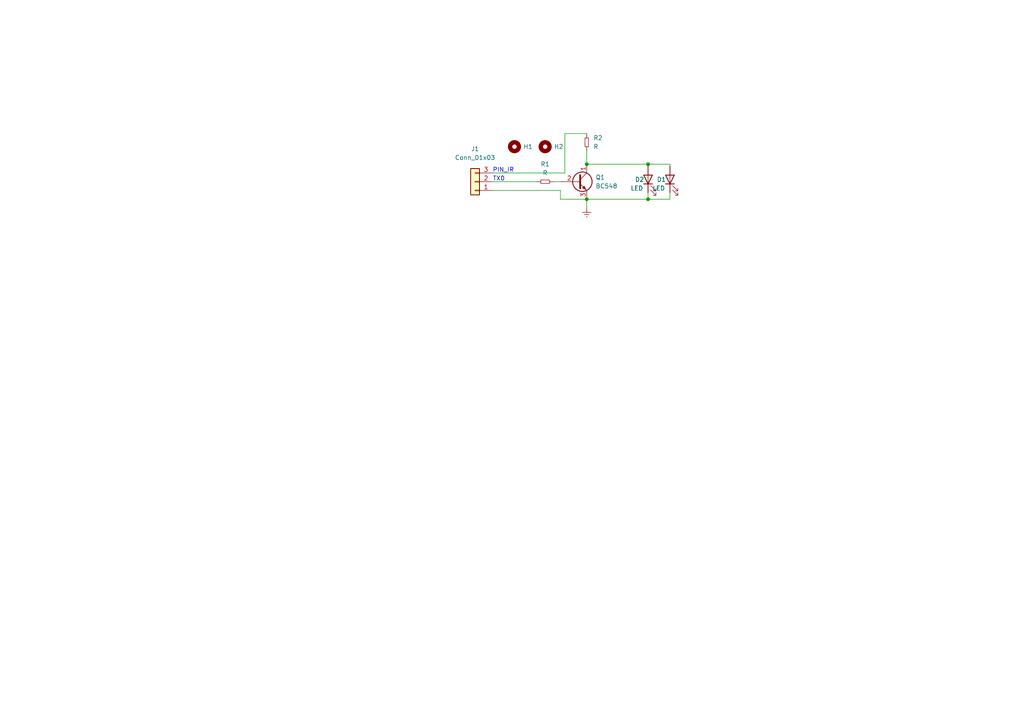
<source format=kicad_sch>
(kicad_sch (version 20211123) (generator eeschema)
  (paper "A4")
  (lib_symbols
    (symbol "Connector_Generic:Conn_01x03" (pin_names (offset 1.016) hide)
      (property "Reference" "J" (at 0 5.08 0))
      (property "Value" "Conn_01x03" (at 0 -5.08 0))
      (symbol "Conn_01x03_1_1"
        (rectangle (start -1.27 -2.413) (end 0 -2.667) (stroke (width 0.1524)))
        (rectangle (start -1.27 0.127) (end 0 -0.127) (stroke (width 0.1524)))
        (rectangle (start -1.27 2.667) (end 0 2.413) (stroke (width 0.1524)))
        (rectangle (start -1.27 3.81) (end 1.27 -3.81) (stroke (width 0.254)) (fill (type background)))
        (pin passive line (at -5.08 2.54 0) (length 3.81) (name "Pin_1") (number "1"))
        (pin passive line (at -5.08 0 0) (length 3.81) (name "Pin_2") (number "2"))
        (pin passive line (at -5.08 -2.54 0) (length 3.81) (name "Pin_3") (number "3"))
      )
    )
    (symbol "Device:LED" (pin_numbers hide) (pin_names (offset 1.016) hide)
      (property "Reference" "D" (at 0 2.54 0))
      (property "Value" "LED" (at 0 -2.54 0))
      (symbol "LED_0_1"
        (polyline (pts (xy -1.27 -1.27) (xy -1.27 1.27)) (stroke (width 0.254)))
        (polyline (pts (xy -1.27 0) (xy 1.27 0)))
        (polyline (pts (xy 1.27 -1.27) (xy 1.27 1.27) (xy -1.27 0) (xy 1.27 -1.27)) (stroke (width 0.254)))
        (polyline (pts (xy -3.048 -0.762) (xy -4.572 -2.286) (xy -3.81 -2.286) (xy -4.572 -2.286) (xy -4.572 -1.524)))
        (polyline (pts (xy -1.778 -0.762) (xy -3.302 -2.286) (xy -2.54 -2.286) (xy -3.302 -2.286) (xy -3.302 -1.524)))
      )
      (symbol "LED_1_1"
        (pin passive line (at -3.81 0 0) (length 2.54) (name "K") (number "1"))
        (pin passive line (at 3.81 0 180) (length 2.54) (name "A") (number "2"))
      )
    )
    (symbol "EESTN5:Mounting_Hole" (pin_names (offset 1.016))
      (property "Reference" "H" (at 0 5.08 0))
      (symbol "Mounting_Hole_0_1"
        (circle (center 0 0) (radius 1.27) (stroke (width 1.27)))
      )
    )
    (symbol "EESTN5:R" (pin_numbers hide) (pin_names (offset 0))
      (property "Reference" "R" (at -1.27 0 90))
      (property "Value" "R" (at 1.27 0 90))
      (symbol "R_0_1"
        (rectangle (start 0.508 1.27) (end -0.508 -1.27))
      )
      (symbol "R_1_1"
        (pin passive line (at 0 2.54 270) (length 1.27) (name "~") (number "1"))
        (pin passive line (at 0 -2.54 90) (length 1.27) (name "~") (number "2"))
      )
    )
    (symbol "Transistor_BJT:BC548" (pin_names (offset 0) hide)
      (property "Reference" "Q" (at 5.08 1.905 0))
      (property "Value" "BC548" (at 5.08 0 0))
      (symbol "BC548_0_1"
        (polyline (pts (xy 0 0) (xy 0.635 0)))
        (polyline (pts (xy 0.635 0.635) (xy 2.54 2.54)))
        (polyline (pts (xy 0.635 -0.635) (xy 2.54 -2.54) (xy 2.54 -2.54)))
        (polyline (pts (xy 0.635 1.905) (xy 0.635 -1.905) (xy 0.635 -1.905)) (stroke (width 0.508)))
        (polyline (pts (xy 1.27 -1.778) (xy 1.778 -1.27) (xy 2.286 -2.286) (xy 1.27 -1.778) (xy 1.27 -1.778)) (fill (type outline)))
        (circle (center 1.27 0) (radius 2.8194) (stroke (width 0.254)))
      )
      (symbol "BC548_1_1"
        (pin passive line (at 2.54 5.08 270) (length 2.54) (name "C") (number "1"))
        (pin input line (at -5.08 0 0) (length 5.08) (name "B") (number "2"))
        (pin passive line (at 2.54 -5.08 90) (length 2.54) (name "E") (number "3"))
      )
    )
    (symbol "power:Earth" (power) (pin_names (offset 0))
      (symbol "Earth_0_1"
        (polyline (pts (xy -0.635 -1.905) (xy 0.635 -1.905)))
        (polyline (pts (xy -0.127 -2.54) (xy 0.127 -2.54)))
        (polyline (pts (xy 0 -1.27) (xy 0 0)))
        (polyline (pts (xy 1.27 -1.27) (xy -1.27 -1.27)))
      )
      (symbol "Earth_1_1"
        (pin power_in line (at 0 0 270) (length 0) hide (name "Earth") (number "1"))
      )
    )
  )
  (junction (at 187.96 57.785))
  (junction (at 170.18 47.625))
  (junction (at 187.96 47.625))
  (junction (at 170.18 57.785))
  (wire (pts (xy 163.83 38.735) (xy 170.18 38.735)))
  (wire (pts (xy 187.96 57.785) (xy 187.96 55.88)))
  (wire (pts (xy 170.18 43.815) (xy 170.18 47.625)))
  (wire (pts (xy 162.56 57.785) (xy 170.18 57.785)))
  (wire (pts (xy 194.31 57.785) (xy 194.31 55.88)))
  (wire (pts (xy 194.31 47.625) (xy 187.96 47.625)))
  (wire (pts (xy 142.875 52.705) (xy 155.575 52.705)))
  (wire (pts (xy 187.96 47.625) (xy 170.18 47.625)))
  (wire (pts (xy 160.655 52.705) (xy 162.56 52.705)))
  (wire (pts (xy 187.96 48.26) (xy 187.96 47.625)))
  (wire (pts (xy 170.18 57.785) (xy 187.96 57.785)))
  (wire (pts (xy 162.56 55.245) (xy 162.56 57.785)))
  (wire (pts (xy 170.18 60.325) (xy 170.18 57.785)))
  (wire (pts (xy 194.31 48.26) (xy 194.31 47.625)))
  (wire (pts (xy 142.875 50.165) (xy 163.83 50.165)))
  (wire (pts (xy 142.875 55.245) (xy 162.56 55.245)))
  (wire (pts (xy 187.96 57.785) (xy 194.31 57.785)))
  (wire (pts (xy 163.83 50.165) (xy 163.83 38.735)))
  (text "TX0\n" (at 142.875 52.705 0) (effects (font (size 1.27 1.27)) (justify left bottom)))
  (text "PIN_IR\n" (at 142.875 50.165 0) (effects (font (size 1.27 1.27)) (justify left bottom)))
  (symbol (lib_id "power:Earth") (at 170.18 60.325 0) (unit 1)
    (property "Reference" "#PWR0101" (effects hide))
    (property "Value" "Earth" (effects hide))
  )
  (symbol (lib_id "EESTN5:Mounting_Hole") (at 149.225 42.545 0) (unit 1)
    (property "Reference" "H1" (at 151.765 42.5449 0) (effects (justify left)))
    (property "Value" "Mounting_Hole" (effects hide))
    (property "Footprint" "EESTN5:hole_2mm" (effects hide))
  )
  (symbol (lib_id "EESTN5:R") (at 158.115 52.705 90) (unit 1)
    (property "Reference" "R1" (at 158.115 47.625 90))
    (property "Value" "R" (at 158.115 50.165 90))
    (property "Footprint" "EESTN5:RES0.3" (effects hide))
  )
  (symbol (lib_id "Transistor_BJT:BC548") (at 167.64 52.705 0) (unit 1)
    (property "Reference" "Q1" (at 172.72 51.4349 0) (effects (justify left)))
    (property "Value" "BC548" (at 172.72 53.9749 0) (effects (justify left)))
    (property "Footprint" "EESTN5:Pin_Header_3" (effects hide))
    (property "Datasheet" "https://www.onsemi.com/pub/Collateral/BC550-D.pdf" (effects hide))
  )
  (symbol (lib_id "EESTN5:R") (at 170.18 41.275 0) (unit 1)
    (property "Reference" "R2" (at 172.085 40.0049 0) (effects (justify left)))
    (property "Value" "R" (at 172.085 42.5449 0) (effects (justify left)))
    (property "Footprint" "EESTN5:RES0.3" (effects hide))
  )
  (symbol (lib_id "Connector_Generic:Conn_01x03") (at 137.795 52.705 180) (unit 1)
    (property "Reference" "J1" (at 137.795 43.18 0))
    (property "Value" "Conn_01x03" (at 137.795 45.72 0))
    (property "Footprint" "Connector_JST:JST_EH_B3B-EH-A_1x03_P2.50mm_Vertical" (effects hide))
  )
  (symbol (lib_id "Device:LED") (at 194.31 52.07 90) (unit 1)
    (property "Reference" "D1" (at 190.5 52.07 90) (effects (justify right)))
    (property "Value" "LED" (at 189.23 54.61 90) (effects (justify right)))
    (property "Footprint" "EESTN5:led_5mm_clear" (effects hide))
  )
  (symbol (lib_id "Device:LED") (at 187.96 52.07 90) (unit 1)
    (property "Reference" "D2" (at 184.15 52.07 90) (effects (justify right)))
    (property "Value" "LED" (at 182.88 54.61 90) (effects (justify right)))
    (property "Footprint" "EESTN5:led_5mm_clear" (effects hide))
  )
  (symbol (lib_id "EESTN5:Mounting_Hole") (at 158.115 42.545 0) (unit 1)
    (property "Reference" "H2" (at 160.655 42.5449 0) (effects (justify left)))
    (property "Value" "Mounting_Hole" (effects hide))
    (property "Footprint" "EESTN5:hole_2mm" (effects hide))
  )
)
</source>
